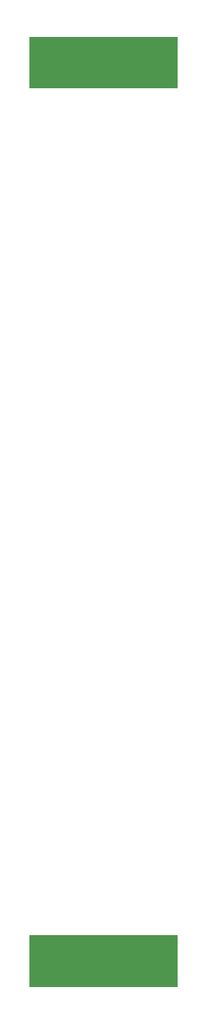
<source format=gbs>
G04 Layer: BottomSolderMaskLayer*
G04 EasyEDA v6.5.34, 2023-08-21 18:11:39*
G04 9e413db91f2042faab6937f58170d6bc,5a6b42c53f6a479593ecc07194224c93,10*
G04 Gerber Generator version 0.2*
G04 Scale: 100 percent, Rotated: No, Reflected: No *
G04 Dimensions in millimeters *
G04 leading zeros omitted , absolute positions ,4 integer and 5 decimal *
%FSLAX45Y45*%
%MOMM*%

%ADD10O,6.6032126X3.4031936000000003*%

%LPD*%
D10*
G01*
X508000Y12573000D03*
G01*
X1498600Y330200D03*
G36*
X0Y698500D02*
G01*
X2008708Y698500D01*
X2008708Y0D01*
X0Y0D01*
G37*
G36*
X0Y12852400D02*
G01*
X2008708Y12852400D01*
X2008708Y12153900D01*
X0Y12153900D01*
G37*
M02*

</source>
